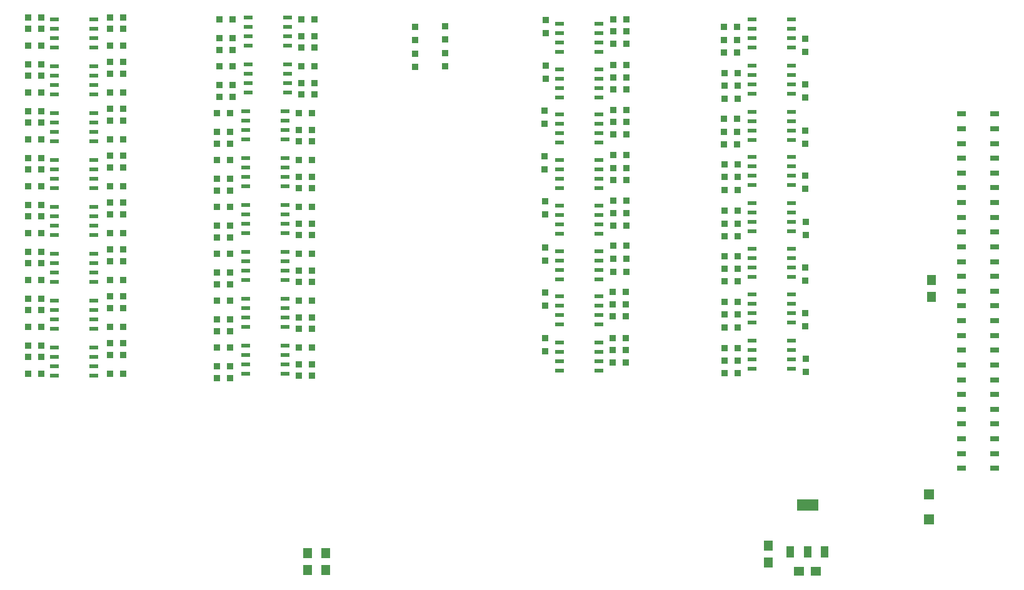
<source format=gbr>
%FSLAX23Y23*%
%MOIN*%
G04 EasyPC Gerber Version 17.0 Build 3379 *
%ADD115R,0.04912X0.01959*%
%ADD117R,0.03337X0.03691*%
%ADD112R,0.03888X0.05896*%
%ADD110R,0.04900X0.05400*%
%ADD75R,0.04912X0.02904*%
%ADD139R,0.03691X0.03337*%
%ADD116R,0.05700X0.05700*%
%ADD114R,0.05400X0.04900*%
%ADD113R,0.11211X0.05896*%
X0Y0D02*
D02*
D75*
X5539Y795D03*
Y873D03*
Y952D03*
Y1031D03*
Y1110D03*
Y1188D03*
Y1267D03*
Y1346D03*
Y1425D03*
Y1503D03*
Y1582D03*
Y1661D03*
Y1740D03*
Y1818D03*
Y1897D03*
Y1976D03*
Y2054D03*
Y2133D03*
Y2212D03*
Y2291D03*
Y2369D03*
Y2448D03*
Y2527D03*
Y2606D03*
Y2684D03*
X5716Y795D03*
Y873D03*
Y952D03*
Y1031D03*
Y1110D03*
Y1188D03*
Y1267D03*
Y1346D03*
Y1425D03*
Y1503D03*
Y1582D03*
Y1661D03*
Y1740D03*
Y1818D03*
Y1897D03*
Y1976D03*
Y2054D03*
Y2133D03*
Y2212D03*
Y2291D03*
Y2369D03*
Y2448D03*
Y2527D03*
Y2606D03*
Y2684D03*
D02*
D110*
X2053Y253D03*
Y343D03*
X2148Y253D03*
Y343D03*
X4509Y291D03*
Y381D03*
X5378Y1708D03*
Y1798D03*
D02*
D112*
X4626Y348D03*
X4717D03*
X4808D03*
D02*
D113*
X4717Y598D03*
D02*
D114*
X4670Y245D03*
X4760D03*
D02*
D115*
X703Y1288D03*
Y1338D03*
Y1388D03*
Y1438D03*
Y1538D03*
Y1588D03*
Y1638D03*
Y1688D03*
Y1788D03*
Y1838D03*
Y1888D03*
Y1938D03*
Y2038D03*
Y2088D03*
Y2138D03*
Y2188D03*
Y2288D03*
Y2338D03*
Y2388D03*
Y2438D03*
Y2538D03*
Y2588D03*
Y2638D03*
Y2688D03*
Y2788D03*
Y2838D03*
Y2888D03*
Y2938D03*
Y3038D03*
Y3088D03*
Y3138D03*
Y3188D03*
X912Y1288D03*
Y1338D03*
Y1388D03*
Y1438D03*
Y1538D03*
Y1588D03*
Y1638D03*
Y1688D03*
Y1788D03*
Y1838D03*
Y1888D03*
Y1938D03*
Y2038D03*
Y2088D03*
Y2138D03*
Y2188D03*
Y2288D03*
Y2338D03*
Y2388D03*
Y2438D03*
Y2538D03*
Y2588D03*
Y2638D03*
Y2688D03*
Y2788D03*
Y2838D03*
Y2888D03*
Y2938D03*
Y3038D03*
Y3088D03*
Y3138D03*
Y3188D03*
X1723Y1300D03*
Y1350D03*
Y1400D03*
Y1450D03*
Y1550D03*
Y1600D03*
Y1650D03*
Y1700D03*
Y1800D03*
Y1850D03*
Y1900D03*
Y1950D03*
Y2050D03*
Y2100D03*
Y2150D03*
Y2200D03*
Y2300D03*
Y2350D03*
Y2400D03*
Y2450D03*
Y2550D03*
Y2600D03*
Y2650D03*
Y2700D03*
X1736Y2800D03*
Y2850D03*
Y2900D03*
Y2950D03*
Y3050D03*
Y3100D03*
Y3150D03*
Y3200D03*
X1932Y1300D03*
Y1350D03*
Y1400D03*
Y1450D03*
Y1550D03*
Y1600D03*
Y1650D03*
Y1700D03*
Y1800D03*
Y1850D03*
Y1900D03*
Y1950D03*
Y2050D03*
Y2100D03*
Y2150D03*
Y2200D03*
Y2300D03*
Y2350D03*
Y2400D03*
Y2450D03*
Y2550D03*
Y2600D03*
Y2650D03*
Y2700D03*
X1944Y2800D03*
Y2850D03*
Y2900D03*
Y2950D03*
Y3050D03*
Y3100D03*
Y3150D03*
Y3200D03*
X3395Y1317D03*
Y1367D03*
Y1417D03*
Y1467D03*
Y1561D03*
Y1611D03*
Y1661D03*
Y1711D03*
Y1803D03*
Y1853D03*
Y1903D03*
Y1953D03*
Y2047D03*
Y2097D03*
Y2147D03*
Y2197D03*
Y2290D03*
Y2340D03*
Y2390D03*
Y2440D03*
Y2532D03*
Y2582D03*
Y2632D03*
Y2682D03*
Y2773D03*
Y2823D03*
Y2873D03*
Y2923D03*
Y3015D03*
Y3065D03*
Y3115D03*
Y3165D03*
X3604Y1317D03*
Y1367D03*
Y1417D03*
Y1467D03*
Y1561D03*
Y1611D03*
Y1661D03*
Y1711D03*
Y1803D03*
Y1853D03*
Y1903D03*
Y1953D03*
Y2047D03*
Y2097D03*
Y2147D03*
Y2197D03*
Y2290D03*
Y2340D03*
Y2390D03*
Y2440D03*
Y2532D03*
Y2582D03*
Y2632D03*
Y2682D03*
Y2773D03*
Y2823D03*
Y2873D03*
Y2923D03*
Y3015D03*
Y3065D03*
Y3115D03*
Y3165D03*
X4422Y1327D03*
Y1377D03*
Y1427D03*
Y1477D03*
Y1571D03*
Y1621D03*
Y1671D03*
Y1721D03*
Y1816D03*
Y1866D03*
Y1916D03*
Y1966D03*
Y2059D03*
Y2109D03*
Y2159D03*
Y2209D03*
Y2305D03*
Y2355D03*
Y2405D03*
Y2455D03*
Y2547D03*
Y2597D03*
Y2647D03*
Y2697D03*
Y2792D03*
Y2842D03*
Y2892D03*
Y2942D03*
Y3038D03*
Y3088D03*
Y3138D03*
Y3188D03*
X4631Y1327D03*
Y1377D03*
Y1427D03*
Y1477D03*
Y1571D03*
Y1621D03*
Y1671D03*
Y1721D03*
Y1816D03*
Y1866D03*
Y1916D03*
Y1966D03*
Y2059D03*
Y2109D03*
Y2159D03*
Y2209D03*
Y2305D03*
Y2355D03*
Y2405D03*
Y2455D03*
Y2547D03*
Y2597D03*
Y2647D03*
Y2697D03*
Y2792D03*
Y2842D03*
Y2892D03*
Y2942D03*
Y3038D03*
Y3088D03*
Y3138D03*
Y3188D03*
D02*
D116*
X5365Y523D03*
Y657D03*
D02*
D117*
X2626Y2937D03*
Y3007D03*
X2626Y3080D03*
Y3150D03*
X2786Y2939D03*
Y3009D03*
X2786Y3082D03*
Y3152D03*
X3316Y2390D03*
Y2460D03*
Y2633D03*
Y2703D03*
X3317Y2148D03*
Y2218D03*
X3318Y1418D03*
Y1488D03*
X3319Y1661D03*
Y1731D03*
Y1903D03*
Y1973D03*
X3320Y2873D03*
Y2943D03*
Y3115D03*
Y3185D03*
X4704Y2285D03*
Y2355D03*
Y2527D03*
Y2597D03*
Y2772D03*
Y2842D03*
X4705Y1551D03*
Y1621D03*
Y1796D03*
Y1866D03*
Y3016D03*
Y3086D03*
X4707Y1308D03*
Y1378D03*
Y2038D03*
Y2108D03*
D02*
D139*
X560Y1300D03*
Y1388D03*
Y1450D03*
Y1550D03*
Y1638D03*
Y1700D03*
Y1800D03*
Y1888D03*
Y1950D03*
Y2050D03*
Y2138D03*
Y2200D03*
Y2300D03*
Y2388D03*
Y2450D03*
Y2550D03*
Y2638D03*
Y2700D03*
Y2800D03*
Y2888D03*
Y2950D03*
Y3050D03*
Y3138D03*
Y3200D03*
X630Y1300D03*
Y1388D03*
Y1450D03*
Y1550D03*
Y1638D03*
Y1700D03*
Y1800D03*
Y1888D03*
Y1950D03*
Y2050D03*
Y2138D03*
Y2200D03*
Y2300D03*
Y2388D03*
Y2450D03*
Y2550D03*
Y2638D03*
Y2700D03*
Y2800D03*
Y2888D03*
Y2950D03*
Y3050D03*
Y3138D03*
Y3200D03*
X998Y1300D03*
Y1400D03*
Y1463D03*
Y1550D03*
Y1650D03*
Y1713D03*
Y1800D03*
Y1900D03*
Y1963D03*
Y2050D03*
Y2150D03*
Y2213D03*
Y2300D03*
Y2400D03*
Y2463D03*
Y2550D03*
Y2650D03*
Y2713D03*
Y2800D03*
Y2900D03*
Y2963D03*
Y3050D03*
Y3138D03*
Y3200D03*
X1067Y1300D03*
Y1400D03*
Y1463D03*
Y1550D03*
Y1650D03*
Y1713D03*
Y1800D03*
Y1900D03*
Y1963D03*
Y2050D03*
Y2150D03*
Y2213D03*
Y2300D03*
Y2400D03*
Y2463D03*
Y2550D03*
Y2650D03*
Y2713D03*
Y2800D03*
Y2900D03*
Y2963D03*
Y3050D03*
Y3138D03*
Y3200D03*
X1568Y1275D03*
Y1338D03*
Y1438D03*
Y1525D03*
Y1588D03*
Y1688D03*
Y1775D03*
Y1838D03*
Y1938D03*
Y2025D03*
Y2088D03*
Y2188D03*
Y2275D03*
Y2338D03*
Y2438D03*
Y2525D03*
Y2588D03*
Y2688D03*
X1580Y2775D03*
Y2838D03*
Y2938D03*
Y3025D03*
Y3088D03*
Y3188D03*
X1638Y1275D03*
Y1338D03*
Y1438D03*
Y1525D03*
Y1588D03*
Y1688D03*
Y1775D03*
Y1838D03*
Y1938D03*
Y2025D03*
Y2088D03*
Y2188D03*
Y2275D03*
Y2338D03*
Y2438D03*
Y2525D03*
Y2588D03*
Y2688D03*
X1650Y2775D03*
Y2838D03*
Y2938D03*
Y3025D03*
Y3088D03*
Y3188D03*
X2005Y1288D03*
Y1350D03*
Y1438D03*
Y1538D03*
Y1600D03*
Y1688D03*
Y1788D03*
Y1850D03*
Y1938D03*
Y2038D03*
Y2100D03*
Y2188D03*
Y2288D03*
Y2350D03*
Y2438D03*
Y2538D03*
Y2600D03*
Y2688D03*
X2018Y2788D03*
Y2850D03*
Y2938D03*
Y3038D03*
Y3100D03*
Y3188D03*
X2075Y1288D03*
Y1350D03*
Y1438D03*
Y1538D03*
Y1600D03*
Y1688D03*
Y1788D03*
Y1850D03*
Y1938D03*
Y2038D03*
Y2100D03*
Y2188D03*
Y2288D03*
Y2350D03*
Y2438D03*
Y2538D03*
Y2600D03*
Y2688D03*
X2088Y2788D03*
Y2850D03*
Y2938D03*
Y3038D03*
Y3100D03*
Y3188D03*
X3678Y1360D03*
Y1424D03*
Y1489D03*
X3679Y1604D03*
Y1669D03*
Y1734D03*
X3680Y1843D03*
Y1912D03*
Y1981D03*
Y2089D03*
Y2155D03*
Y2222D03*
Y2333D03*
Y2397D03*
Y2464D03*
Y2575D03*
Y2641D03*
Y2706D03*
Y2814D03*
Y2879D03*
Y2944D03*
Y3058D03*
Y3124D03*
Y3189D03*
X3748Y1360D03*
Y1424D03*
Y1489D03*
X3749Y1604D03*
Y1669D03*
Y1734D03*
X3750Y1843D03*
Y1912D03*
Y1981D03*
Y2089D03*
Y2155D03*
Y2222D03*
Y2333D03*
Y2397D03*
Y2464D03*
Y2575D03*
Y2641D03*
Y2706D03*
Y2814D03*
Y2879D03*
Y2944D03*
Y3058D03*
Y3124D03*
Y3189D03*
X4273Y2522D03*
Y2590D03*
Y2658D03*
Y3013D03*
Y3080D03*
Y3148D03*
X4274Y2032D03*
Y2099D03*
Y2168D03*
Y2280D03*
Y2348D03*
Y2415D03*
Y2766D03*
Y2834D03*
Y2902D03*
X4276Y1302D03*
Y1369D03*
Y1436D03*
Y1544D03*
Y1614D03*
Y1682D03*
Y1791D03*
Y1858D03*
Y1926D03*
X4343Y2522D03*
Y2590D03*
Y2658D03*
Y3013D03*
Y3080D03*
Y3148D03*
X4344Y2032D03*
Y2099D03*
Y2168D03*
Y2280D03*
Y2348D03*
Y2415D03*
Y2766D03*
Y2834D03*
Y2902D03*
X4346Y1302D03*
Y1369D03*
Y1436D03*
Y1544D03*
Y1614D03*
Y1682D03*
Y1791D03*
Y1858D03*
Y1926D03*
X0Y0D02*
M02*

</source>
